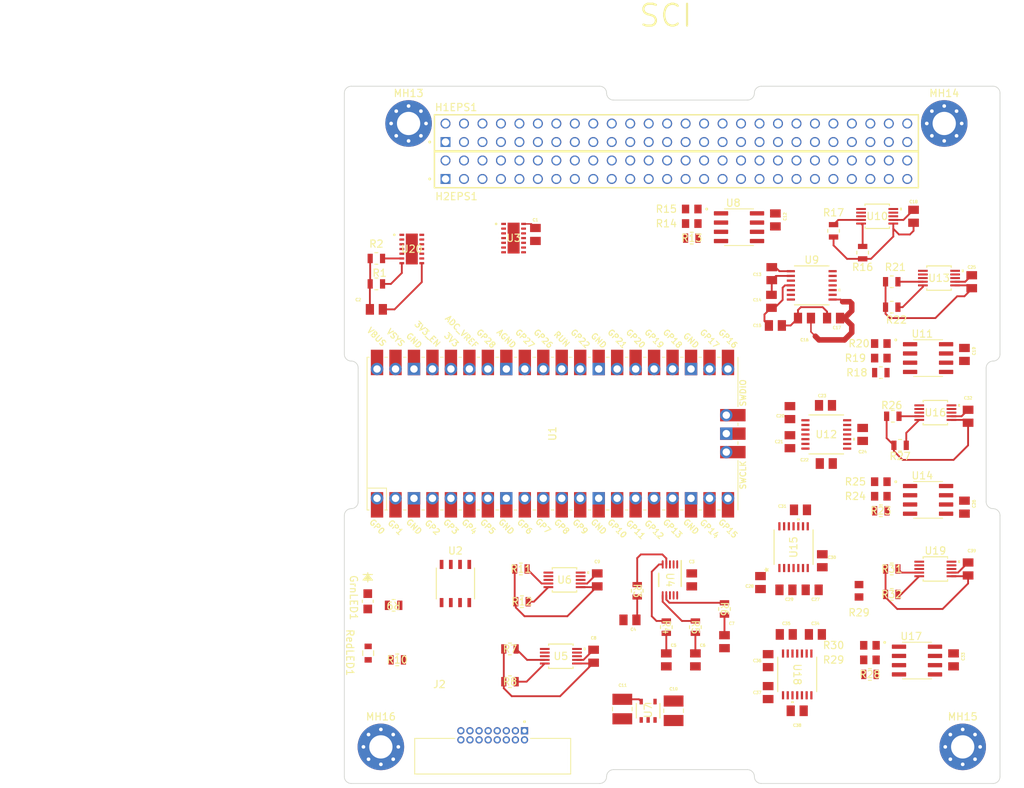
<source format=kicad_pcb>
(kicad_pcb (version 20241229) (generator "pcbnew") (generator_version "9.0")
  (title_block (title "HEDGE 2") (date "2025-06-29") (rev "V0.8") (company "University of Virginia") (comment 1 "Department of Mechanical and Aerospace Engineering"))
  (layers (0 "F.Cu" mixed) (4 "In1.Cu" mixed) (6 "In2.Cu" mixed) (2 "B.Cu" mixed) (13 "F.Paste" user) (15 "B.Paste" user) (5 "F.SilkS" user "F.Silkscreen") (7 "B.SilkS" user "B.Silkscreen") (1 "F.Mask" user) (3 "B.Mask" user) (25 "Edge.Cuts" user))
  (net 0 "")
  (net 1 "GND")
  (net 52 "/EPS/PWR_1")
  (net 53 "/EPS/UART_B_TX")
  (net 54 "/EPS/ENA_PWR_3")
  (net 55 "/EPS/UART_B_RX")
  (net 56 "/EPS/UART_F_TX")
  (net 57 "/EPS/UART_D_RX")
  (net 58 "/EPS/UART_C_TX")
  (net 59 "/EPS/UART_A_RX")
  (net 60 "/EPS/UART_A_TX")
  (net 61 "/EPS/ENA_PWR_2")
  (net 62 "/EPS/5V_PERM")
  (net 63 "/EPS/CAN_A_H")
  (net 64 "/EPS/CAN_A_L")
  (net 65 "/EPS/UART_E_RX")
  (net 66 "/EPS/UART_E_TX")
  (net 67 "/EPS/CAN_B_H")
  (net 68 "/EPS/PWR_3")
  (net 69 "/EPS/ENA_PWR_4")
  (net 70 "/EPS/UART_F_RX")
  (net 71 "/EPS/CAN_B_L")
  (net 72 "/EPS/PWR_4")
  (net 73 "/EPS/UART_C_RX")
  (net 74 "/EPS/PWR_2")
  (net 75 "/EPS/ENA_PWR_1")
  (net 76 "/EPS/UART_D_TX")
  (net 77 "/EPS/DS_B")
  (net 78 "/EPS/CHARGE")
  (net 79 "/EPS/PWR_5")
  (net 80 "/EPS/PWR_7")
  (net 81 "/EPS/PWR_8")
  (net 82 "/EPS/ENA_PWR_5")
  (net 83 "/EPS/BATT")
  (net 84 "/EPS/RBF_C")
  (net 85 "/EPS/ENA_PWR_7")
  (net 86 "/EPS/RBF_B")
  (net 87 "/EPS/ENA_PWR_6")
  (net 88 "/EPS/DS_C")
  (net 89 "/EPS/DS_A")
  (net 90 "/EPS/PWR_6")
  (net 91 "/EPS/RBF_A")
  (net 92 "/EPS/ENA_PWR_8")
  (net 93 "3V3 EN")
  (net 94 "+5V")
  (net 95 "+3V3")
  (net 96 "RX_8")
  (net 97 "SCK_2")
  (net 98 "~CS_GPI12")
  (net 99 "DRDY_MISO20")
  (net 100 "DRDY_MISO16")
  (net 101 "GPIO_6")
  (net 102 "CSn_1")
  (net 103 "SCK_22")
  (net 104 "~CS_GPI15")
  (net 105 "GP21")
  (net 106 "GP11")
  (net 108 "~CS_GPI13")
  (net 109 "MOSI_3")
  (net 110 "GPIO_5")
  (net 111 "DIN_MOSI19")
  (net 112 "TX_7")
  (net 113 "GP10")
  (net 114 "~CS_GPI14")
  (net 115 "~CS_GPI17")
  (net 116 "gpio_int_4")
  (net 117 "SCLK_18")
  (net 118 "OBC(B)")
  (net 119 "OBC(A)")
  (net 120 "VBUS")
  (net 121 "SDA_22")
  (net 122 "SCL_21")
  (net 123 "pwr_sply")
  (net 124 "~CS_GP15")
  (net 125 "M_DRDY")
  (net 126 "SDO_MISO20")
  (net 127 "FAULT_GP12")
  (net 128 "SDI_MOSI11")
  (net 129 "~CS_GP10")
  (net 130 "SCL_1")
  (net 131 "SDA_0")
  (net 132 "~CS_GP13")
  (net 133 "xtra_int")
  (net 134 "OBC_clock")
  (net 135 "MISO_0")
  (net 136 "~CS_GP14")
  (net 137 "Net-(U4-VDD)")
  (net 138 "Net-(U5-GND)")
  (net 139 "Net-(U7-C1+)")
  (net 140 "Net-(U7-C1-)")
  (net 141 "Net-(U20-TXD)")
  (net 143 "Net-(U20-RXD)")
  (net 164 "Net-(U4-AIN3)")
  (net 165 "Net-(U4-AIN2)")
  (net 166 "Net-(U4-AIN0)")
  (net 167 "Net-(U4-AIN1)")
  (net 168 "Net-(U20-CANH)")
  (net 169 "Net-(U20-CANL)")
  (net 170 "Net-(GrnLED1-Pad2)")
  (net 171 "GP25")
  (net 172 "GP9")
  (net 173 "Net-(R10-Pad2)")
  (net 174 "Net-(C2-Pad1)")
  (net 176 "Net-(U5-VS)")
  (net 177 "Net-(U6-GND)")
  (net 178 "Net-(U6-VS)")
  (net 179 "Net-(U10-VS)")
  (net 180 "Net-(U10-GND)")
  (net 181 "Net-(U13-GND)")
  (net 182 "Net-(U13-VS)")
  (net 183 "Net-(U16-GND)")
  (net 184 "Net-(U16-VS)")
  (net 185 "Net-(U19-GND)")
  (net 186 "Net-(U19-VS)")
  (net 187 "Net-(U9-BIAS)")
  (net 188 "Net-(U9-T+)")
  (net 189 "Net-(U12-BIAS)")
  (net 190 "Net-(U12-T+)")
  (net 191 "Net-(U15-BIAS)")
  (net 192 "Net-(U15-T+)")
  (net 193 "Net-(U18-BIAS)")
  (net 194 "Net-(U18-T+)")
  (net 195 "alert")
  (net 196 "Net-(U7-OUT)")
  (footprint "1kOhm - CRCW08052K10FKEA:1kOhm - RC0805N_VIS" (layer "F.Cu") (at 224.5 97.5)
    (property "Reference" "R15")
    (property "Value" "1k")
  )
  (footprint "MAX6634MSA:MAX6634MSA - SOIC127P600X175-8N" (layer "F.Cu") (at 255.475 159.595)
    (property "Reference" "U17")
    (property "Value" "MAX6634MSA_T")
  )
  (footprint "150ohm-:150ohm-STA_RMCF0805_STP-L" (layer "F.Cu") (at 184 159.5)
    (property "Reference" "R10")
    (property "Value" "150")
  )
  (footprint "G125-MH11605M3P:G125-MH11605M3P - HARWIN_G125-MH11605M3P" (layer "F.Cu") (at 197.125 172.75)
    (property "Reference" "J2")
    (property "Value" "G125-MH11605M3P")
  )
  (footprint "0.1uFCap:0.1uF - CAPC2012X145N" (layer "F.Cu") (at 229 157 90)
    (property "Reference" "C7")
    (property "Value" "0.1uF")
  )
  (footprint "MAXMUD+:MAX-MUD+21-0066J_14_MXM-L" (layer "F.Cu") (at 243 128.5)
    (property "Reference" "U12")
    (property "Value" "MAX31856MUD+T")
  )
  (footprint "0.1uFCap:0.1uF - CAPC2012X145N" (layer "F.Cu") (at 239.449999 138.8702 180)
    (property "Reference" "C31")
    (property "Value" "0.1uF")
  )
  (footprint "10uFCap:10uF-CAPC3225X270N" (layer "F.Cu") (at 214.950001 166.26365 -90)
    (property "Reference" "C11")
    (property "Value" "10uF")
  )
  (footprint "10K OHM:10K-STA_RMCF0805_STP-L" (layer "F.Cu") (at 250.5 120)
    (property "Reference" "R18")
    (property "Value" "10k")
  )
  (footprint "1kOhm - CRCW08052K10FKEA:1kOhm - RC0805N_VIS" (layer "F.Cu") (at 224.5 99.5)
    (property "Reference" "R14")
    (property "Value" "1k")
  )
  (footprint "MountingHole:MountingHole_3.2mm_M3_Pad_Via" (layer "F.Cu") (at 185.558501 85.737301)
    (property "Reference" "MH13")
    (property "Value" "MountingHole_Pad" (hide yes))
  )
  (footprint "MAX6634MSA:MAX6634MSA - SOIC127P600X175-8N" (layer "F.Cu") (at 257 137.5)
    (property "Reference" "U14")
    (property "Value" "MAX6634MSA_T")
  )
  (footprint "ESQ-126-39-G-D:SAMTEC_ESQ-126-39-G-D" (layer "F.Cu") (at 190.638501 93.357301)
    (property "Reference" "H2EPS1")
    (property "Value" "Conn_02x26_Odd_Even")
  )
  (footprint "0.1uFCap:0.1uF - CAPC2012X145N" (layer "F.Cu") (at 262 138.5 -90)
    (property "Reference" "C26")
    (property "Value" "0.1uF")
  )
  (footprint "0.1uFCap:0.1uF - CAPC2012X145N" (layer "F.Cu") (at 211 159 -90)
    (property "Reference" "C8")
    (property "Value" "0.1uF")
  )
  (footprint "1kOhm - CRCW08052K10FKEA:1kOhm - RC0805N_VIS" (layer "F.Cu") (at 249 159.5)
    (property "Reference" "R29")
    (property "Value" "1k")
  )
  (footprint "SN65L-RS485:SN65L-RS485-D8-L" (layer "F.Cu") (at 192 149 90)
    (property "Reference" "U2")
    (property "Value" "SN65LBC176QDRQ1")
  )
  (footprint "10K OHM:10K-STA_RMCF0805_STP-L" (layer "F.Cu") (at 250.5 139)
    (property "Reference" "R23")
    (property "Value" "10k")
  )
  (footprint "0.1uFCap:0.1uF - CAPC2012X145N" (layer "F.Cu") (at 236 99 -90)
    (property "Reference" "C12")
    (property "Value" "0.1uF")
  )
  (footprint "0.1uFCap:0.1uF - CAPC2012X145N" (layer "F.Cu") (at 235.46 110.195 -90)
    (property "Reference" "C14")
    (property "Value" "0.1uF")
  )
  (footprint "10K OHM:10K-STA_RMCF0805_STP-L" (layer "F.Cu") (at 199.5 162.5)
    (property "Reference" "R8")
    (property "Value" "10k")
  )
  (footprint "150ohm-:150ohm-STA_RMCF0805_STP-L" (layer "F.Cu") (at 183.5 152 180)
    (property "Reference" "R9")
    (property "Value" "150")
  )
  (footprint "MAXEUK+T:MAXEUK-21-0057F_MXM-L" (layer "F.Cu") (at 218.5 166.5 90)
    (property "Reference" "U7")
    (property "Value" "MAX1682EUK+T")
  )
  (footprint "4kOhm-:4kOhm-STA_RMCF0805_STP-L" (layer "F.Cu") (at 221 155 -90)
    (property "Reference" "R4")
    (property "Value" "4k")
  )
  (footprint "0.1uFCap:0.1uF - CAPC2012X145N" (layer "F.Cu") (at 238 125.5 90)
    (property "Reference" "C20")
    (property "Value" "0.1uF")
  )
  (footprint "MountingHole:MountingHole_3.2mm_M3_Pad_Via" (layer "F.Cu") (at 259.218501 85.737301)
    (property "Reference" "MH14")
    (property "Value" "MountingHole_Pad" (hide yes))
  )
  (footprint "MAX6634MSA:MAX6634MSA - SOIC127P600X175-8N" (layer "F.Cu") (at 231 100)
    (property "Reference" "U8")
    (property "Value" "MAX6634MSA_T")
  )
  (footprint "ESQ-126-39-G-D:SAMTEC_ESQ-126-39-G-D" (layer "F.Cu") (at 190.638501 88.277301)
    (property "Reference" "H1EPS1")
    (property "Value" "Conn_02x26_Odd_Even")
  )
  (footprint "MountingHole:MountingHole_3.2mm_M3_Pad_Via" (layer "F.Cu") (at 181.748501 171.467301)
    (property "Reference" "MH16")
    (property "Value" "MountingHole_Pad" (hide yes))
  )
  (footprint "1kOhm - CRCW08052K10FKEA:1kOhm - RC0805N_VIS" (layer "F.Cu") (at 250.5 116)
    (property "Reference" "R20")
    (property "Value" "1k")
  )
  (footprint "0.1uFCap:0.1uF - CAPC2012X145N" (layer "F.Cu") (at 242.891 124.5)
    (property "Reference" "C23")
    (property "Value" "0.1uF")
  )
  (footprint "0.1uFCap:0.1uF - CAPC2012X145N" (layer "F.Cu") (at 262.5 147 -90)
    (property "Reference" "C39")
    (property "Value" "100nF")
  )
  (footprint "IAN238:INA238A_TEX" (layer "F.Cu") (at 258.5 107)
    (property "Reference" "U13")
    (property "Value" "INA238AQDGSRQ1")
  )
  (footprint "0.1uFCap:0.1uF - CAPC2012X145N" (layer "F.Cu") (at 237.5 156 180)
    (property "Reference" "C35")
    (property "Value" "0.1uF")
  )
  (footprint "0.1uFCap:0.1uF - CAPC2012X145N" (layer "F.Cu") (at 224.5 148.5 -90)
    (property "Reference" "C3")
    (property "Value" "0.1uF")
  )
  (footprint "0.1uFCap:0.1uF - CAPC2012X145N" (layer "F.Cu") (at 203 101 -90)
    (property "Reference" "C1")
    (property "Value" "0.1uF")
  )
  (footprint "0.1uFCap:0.1uF - CAPC2012X145N" (layer "F.Cu") (at 235.5 106.391 90)
    (property "Reference" "C13")
    (property "Value" "0.1uF")
  )
  (footprint "MountingHole:MountingHole_3.2mm_M3_Pad_Via" (layer "F.Cu") (at 261.758501 171.467301)
    (property "Reference" "MH15")
    (property "Value" "MountingHole_Pad" (hide yes))
  )
  (footprint "0.1uFCap:0.1uF - CAPC2012X145N" (layer "F.Cu") (at 216 154 180)
    (property "Reference" "C4")
    (property "Value" "0.1uF")
  )
  (footprint "10K OHM:10K-STA_RMCF0805_STP-L" (layer "F.Cu") (at 252 150.5)
    (property "Reference" "R32")
    (property "Value" "10k")
  )
  (footprint "0.1uFCap:0.1uF - CAPC2012X145N" (layer "F.Cu") (at 248 128.5 90)
    (property "Reference" "C24")
    (property "Value" "0.1uF")
  )
  (footprint "0.1uFCap:0.1uF - CAPC2012X145N" (layer "F.Cu") (at 235 164 -90)
    (property "Reference" "C37")
    (property "Value" "0.1uF")
  )
  (footprint "0.1uFCap:0.1uF - CAPC2012X145N" (layer "F.Cu") (at 243 132.5)
    (property "Reference" "C22")
    (property "Value" "0.1uF")
  )
  (footprint "0.1uFCap:0.1uF - CAPC2012X145N" (layer "F.Cu") (at 211.5 148.5 -90)
    (property "Reference" "C9")
    (property "Value" "0.1uF")
  )
  (footprint "0.1uFCap:0.1uF - CAPC2012X145N" (layer "F.Cu") (at 233.949999 148.8702 -90)
    (property "Reference" "C28")
    (property "Value" "0.1uF")
  )
  (footprint "IAN238:INA238A_TEX" (layer "F.Cu") (at 207 148.5)
    (property "Reference" "U6")
    (property "Value" "INA238AQDGSRQ1")
  )
  (footprint "MAXMUD+:MAX-MUD+21-0066J_14_MXM-L" (layer "F.Cu") (at 241 108)
    (property "Reference" "U9")
    (property "Value" "MAX31856MUD+T")
  )
  (footprint "MAX6634MSA:MAX6634MSA - SOIC127P600X175-8N" (layer "F.Cu") (at 257 118)
    (property "Reference" "U11")
    (property "Value" "MAX6634MSA_T")
  )
  (footprint "0.1uFCap:0.1uF - CAPC2012X145N" (layer "F.Cu") (at 241.5 156)
    (property "Reference" "C34")
    (property "Value" "0.1uF")
  )
  (footprint "10K OHM:10K-STA_RMCF0805_STP-L" (layer "F.Cu") (at 201.1491 151.5)
    (property "Reference" "R12")
    (property "Value" "10k")
  )
  (footprint "RedLED - LED_LTST-C171_LTO:RedLED - LED_LTST-C171_LTO" (layer "F.Cu") (at 180 158.5729 -90)
    (property "Reference" "RedLED1")
    (property "Value" "LTST-C171KRKT")
  )
  (footprint "0.1uFCap:0.1uF - CAPC2012X145N" (layer "F.Cu") (at 225 159.5 -90)
    (property "Reference" "C6")
    (property "Value" "0.1uF")
  )
  (footprint "CAN_Controller_:CAN_Controller_VDFN14_JHA_MCH-L" (layer "F.Cu") (at 200 101.5)
    (property "Reference" "U3")
    (property "Value" "MCP2517FD-H/JHA")
  )
  (footprint "10K OHM:10K-STA_RMCF0805_STP-L" (layer "F.Cu") (at 199.5 158)
    (property "Reference" "R7")
    (property "Value" "10k")
  )
  (footprint "0.1uFCap:0.1uF - CAPC2012X145N" (layer "F.Cu") (at 244 112.5 180)
    (property "Reference" "C17")
    (property "Value" "0.1uF")
  )
  (footprint "10K OHM:10K-STA_RMCF0805_STP-L" (layer "F.Cu") (at 249 161.5)
    (property "Reference" "R28")
    (property "Value" "10k")
  )
  (footprint "60ohm - RMCF0805FT60R4:60ohm - STA_RMCF0805_STP-L" (layer "F.Cu") (at 181.1284 104.3)
    (property "Reference" "R2")
    (property "Value" "60")
  )
  (footprint "IAN238:INA238A_TEX" (layer "F.Cu") (at 258 147)
    (property "Reference" "U19")
    (property "Value" "INA238AQDGSRQ1")
  )
  (footprint "0.1uFCap:0.1uF - CAPC2012X145N" (layer "F.Cu") (at 221 159.5 -90)
    (property "Reference" "C5")
    (property "Value" "0.1uF")
  )
  (footprint "10uFCap:10uF-CAPC3225X270N" (layer "F.Cu") (at 222 166.5 90)
    (property "Reference" "C10")
    (property "Value" "10uF")
  )
  (footprint "10K OHM:10K-STA_RMCF0805_STP-L" (layer "F.Cu") (at 253.1491 130)
    (property "Reference" "R27")
    (property "Value" "10k")
  )
  (footprint "0.1uFCap:0.1uF - CAPC2012X145N" (layer "F.Cu") (at 181.1284 111.3)
    (property "Reference" "C2")
    (property "Value" "0.1uF")
  )
  (footprint "CAN_DRIVER:CAN-Driver_VDFN14_JHA_MCH-L" (layer "F.Cu") (at 186 103)
    (property "Reference" "U20")
    (property "Value" "TCAN1057AEVDRQ1-CAN_Driver")
  )
  (footprint "4kOhm-:4kOhm-STA_RMCF0805_STP-L" (layer "F.Cu") (at 229 152.5 -90)
    (property "Reference" "R6")
    (property "Value" "4k")
  )
  (footprint "4kOhm-:4kOhm-STA_RMCF0805_STP-L" (layer "F.Cu") (at 225 155 -90)
    (property "Reference" "R5")
    (property "Value" "4k")
  )
  (footprint "0.1uFCap:0.1uF - CAPC2012X145N" (layer "F.Cu") (at 262 117.5 -90)
    (property "Reference" "C19")
    (property "Value" "0.1uF")
  )
  (footprint "PICO-:PICO-RPi_Pico_SMD_TH" (layer "F.Cu") (at 205.35 128.39 90)
    (property "Reference" "U1")
    (property "Value" "MC68332")
  )
  (footprint "0.1uFCap:0.1uF - CAPC2012X145N" (layer "F.Cu") (at 240 112.5 180)
    (property "Reference" "C16")
    (property "Value" "0.1uF")
  )
  (footprint "0.1uFCap:0.1uF - CAPC2012X145N" (layer "F.Cu") (at 260.5 159.5 -90)
    (property "Reference" "C33")
    (property "Value" "0.1uF")
  )
  (footprint "10K OHM:10K-STA_RMCF0805_STP-L" (layer "F.Cu") (at 252 107.5)
    (property "Reference" "R21")
    (property "Value" "10k")
  )
  (footprint "60ohm - RMCF0805FT60R4:60ohm - STA_RMCF0805_STP-L" (layer "F.Cu") (at 181.1284 107.8 180)
    (property "Reference" "R1")
    (property "Value" "60")
  )
  (footprint "0.1uFCap:0.1uF - CAPC2012X145N" (layer "F.Cu") (at 238 129.5 -90)
    (property "Reference" "C21")
    (property "Value" "0.1uF")
  )
  (footprint "10K OHM:10K-STA_RMCF0805_STP-L" (layer "F.Cu") (at 248 103.5 90)
    (property "Reference" "R16")
    (property "Value" "10k")
  )
  (footprint "10K OHM:10K-STA_RMCF0805_STP-L" (layer "F.Cu") (at 252 147)
    (property "Reference" "R31")
    (property "Value" "10k")
  )
  (footprint "1kOhm - CRCW08052K10FKEA:1kOhm - RC0805N_VIS" (layer "F.Cu") (at 249 157.5)
    (property "Reference" "R30")
    (property "Value" "1k")
  )
  (footprint "4kOhm-:4kOhm-STA_RMCF0805_STP-L" (layer "F.Cu") (at 217 150 -90)
    (property "Reference" "R3")
    (property "Value" "4k")
  )
  (footprint "IAN238:INA238A_TEX" (layer "F.Cu") (at 206.5 159)
    (property "Reference" "U5")
    (property "Value" "INA238AQDGSRQ1")
  )
  (footprint "0.1uFCap:0.1uF - CAPC2012X145N" (layer "F.Cu") (at 242.449999 145.8702 -90)
    (property "Reference" "C30")
    (property "Value" "0.1uF")
  )
  (footprint "0.1uFCap:0.1uF - CAPC2012X145N" (layer "F.Cu") (at 262.5 126 -90)
    (property "Reference" "C32")
    (property "Value" "100nF")
  )
  (footprint "0.1uFCap:0.1uF - CAPC2012X145N" (layer "F.Cu") (at 255 98.5 -90)
    (property "Reference" "C18")
    (property "Value" "100nF")
  )
  (footprint "0.1uFCap:0.1uF - CAPC2012X145N" (layer "F.Cu") (at 239 166.5)
    (property "Reference" "C38")
    (property "Value" "0.1uF")
  )
  (footprint "GrnLED - LTST-C170GKT:GrnLED - LED_LTST-C170GKT_LTO" (layer "F.Cu") (at 179.9459 151.4459 -90)
    (property "Reference" "GrnLED1")
    (property "Value" "LTST-C170GKT")
  )
  (footprint "0.1uFCap:0.1uF - CAPC2012X145N" (layer "F.Cu") (at 241.058999 149.8702 180)
    (property "Reference" "C27")
    (property "Value" "0.1uF")
  )
  (footprint "1kOhm - CRCW08052K10FKEA:1kOhm - RC0805N_VIS" (layer "F.Cu") (at 250.5 135)
    (property "Reference" "R25")
    (property "Value" "1k")
  )
  (footprint "IAN238:INA238A_TEX" (layer "F.Cu") (at 250 98.5)
    (property "Reference" "U10")
    (property "Value" "INA238AQDGSRQ1")
  )
  (footprint "IAN238:INA238A_TEX" (layer "F.Cu") (at 258 125.5)
    (property "Reference" "U16")
    (property "Value" "INA238AQDGSRQ1")
  )
  (footprint "1kOhm - CRCW08052K10FKEA:1kOhm - RC0805N_VIS" (layer "F.Cu") (at 250.5 118)
    (property "Reference" "R19")
    (property "Value" "1k")
  )
  (footprint "0.1uFCap:0.1uF - CAPC2012X145N" (layer "F.Cu") (at 237.449999 149.8702 180)
    (property "Reference" "C29")
    (property "Value" "0.1uF")
  )
  (footprint "MAXMUD+:MAX-MUD+21-0066J_14_MXM-L" (layer "F.Cu") (at 238.5 144 90)
    (property "Reference" "U15")
    (property "Value" "MAX31856MUD+T")
  )
  (footprint "10K OHM:10K-STA_RMCF0805_STP-L" (layer "F.Cu") (at 201 147)
    (property "Reference" "R11")
    (property "Value" "10k")
  )
  (footprint "0.1uFCap:0.1uF - CAPC2012X145N" (layer "F.Cu") (at 235 159.609 -90)
    (property "Reference" "C36")
    (property "Value" "0.1uF")
  )
  (footprint "0.1uFCap:0.1uF - CAPC2012X145N" (layer "F.Cu") (at 236 113.516)
    (property "Reference" "C15")
    (property "Value" "0.1uF")
  )
  (footprint "10K OHM:10K-STA_RMCF0805_STP-L" (layer "F.Cu") (at 252 111)
    (property "Reference" "R22")
    (property "Value" "10k")
  )
  (footprint "10K OHM:10K-STA_RMCF0805_STP-L" (layer "F.Cu") (at 244 100.5 -90)
    (property "Reference" "R17")
    (property "Value" "10k")
  )
  (footprint "MAXMUD+:MAX-MUD+21-0066J_14_MXM-L" (layer "F.Cu") (at 239 161.5 -90)
    (property "Reference" "U18")
    (property "Value" "MAX31856MUD+T")
  )
  (footprint "ADS118:ADS118-DGS0010A_L" (layer "F.Cu") (at 221.5 148.5 -90)
    (property "Reference" "U4")
    (property "Value" "ADS1118QDGSRQ1")
  )
  (footprint "1kOhm - CRCW08052K10FKEA:1kOhm - RC0805N_VIS" (layer "F.Cu") (at 250.5 137)
    (property "Reference" "R24")
    (property "Value" "1k")
  )
  (footprint "0.1uFCap:0.1uF - CAPC2012X145N" (layer "F.Cu") (at 263 107.5 -90)
    (property "Reference" "C25")
    (property "Value" "100nF")
  )
  (footprint "10K OHM:10K-STA_RMCF0805_STP-L" (layer "F.Cu") (at 252.1491 126)
    (property "Reference" "R26")
    (property "Value" "10k")
  )
  (footprint "10K OHM:10K-STA_RMCF0805_STP-L" (layer "F.Cu") (at 224.5 101.5)
    (property "Reference" "R13")
    (property "Value" "10k")
  )
  (footprint "1kOhm - CRCW08052K10FKEA:1kOhm - RC0805N_VIS" (layer "F.Cu") (at 247.5 150 90)
    (property "Reference" "R29")
    (property "Value" "1k")
  )
  (gr_arc (start 211.8365 80.615) (mid 212.51002 80.89398) (end 212.789 81.5675) (stroke (width 0.1)) (layer "Edge.Cuts"))
  (gr_arc (start 178.626 137.7523) (mid 178.34702 138.42582) (end 177.6735 138.7048) (stroke (width 0.1)) (layer "Edge.Cuts"))
  (gr_arc (start 177.6735 176.5) (mid 176.999982 176.221019) (end 176.721 175.5475) (stroke (width 0.1)) (layer "Edge.Cuts"))
  (gr_arc (start 176.721 81.5675) (mid 176.999981 80.893981) (end 177.6735 80.615) (stroke (width 0.1)) (layer "Edge.Cuts"))
  (gr_arc (start 266.891 175.5475) (mid 266.61202 176.22102) (end 265.9385 176.5) (stroke (width 0.1)) (layer "Edge.Cuts"))
  (gr_line (start 234.0615 176.5) (end 265.9385 176.5) (stroke (width 0.1)) (layer "Edge.Cuts"))
  (gr_line (start 176.721 139.6573) (end 176.721 175.5475) (stroke (width 0.1)) (layer "Edge.Cuts"))
  (gr_line (start 177.6735 176.5) (end 211.8365 176.5) (stroke (width 0.1)) (layer "Edge.Cuts"))
  (gr_line (start 177.6735 80.615) (end 211.8365 80.615) (stroke (width 0.1)) (layer "Edge.Cuts"))
  (gr_arc (start 265.9385 138.7048) (mid 266.61202 138.98378) (end 266.891 139.6573) (stroke (width 0.1)) (layer "Edge.Cuts"))
  (gr_arc (start 212.789 175.5475) (mid 213.067981 174.873981) (end 213.7415 174.595) (stroke (width 0.1)) (layer "Edge.Cuts"))
  (gr_arc (start 234.0615 176.5) (mid 233.387982 176.221019) (end 233.109 175.5475) (stroke (width 0.1)) (layer "Edge.Cuts"))
  (gr_line (start 234.0615 80.615) (end 265.9385 80.615) (stroke (width 0.1)) (layer "Edge.Cuts"))
  (gr_arc (start 233.109 81.5675) (mid 232.83002 82.24102) (end 232.1565 82.52) (stroke (width 0.1)) (layer "Edge.Cuts"))
  (gr_line (start 178.626 119.3627) (end 178.626 137.7523) (stroke (width 0.1)) (layer "Edge.Cuts"))
  (gr_arc (start 176.721 139.6573) (mid 176.999981 138.983781) (end 177.6735 138.7048) (stroke (width 0.1)) (layer "Edge.Cuts"))
  (gr_arc (start 265.9385 80.615) (mid 266.61202 80.89398) (end 266.891 81.5675) (stroke (width 0.1)) (layer "Edge.Cuts"))
  (gr_arc (start 265.9385 138.7048) (mid 265.264982 138.425819) (end 264.986 137.7523) (stroke (width 0.1)) (layer "Edge.Cuts"))
  (gr_arc (start 232.1565 174.595) (mid 232.83002 174.87398) (end 233.109 175.5475) (stroke (width 0.1)) (layer "Edge.Cuts"))
  (gr_arc (start 213.7415 82.52) (mid 213.067982 82.241019) (end 212.789 81.5675) (stroke (width 0.1)) (layer "Edge.Cuts"))
  (gr_arc (start 212.789 175.5475) (mid 212.51002 176.22102) (end 211.8365 176.5) (stroke (width 0.1)) (layer "Edge.Cuts"))
  (gr_arc (start 233.109 81.5675) (mid 233.387981 80.893981) (end 234.0615 80.615) (stroke (width 0.1)) (layer "Edge.Cuts"))
  (gr_line (start 266.891 139.6573) (end 266.891 175.5475) (stroke (width 0.1)) (layer "Edge.Cuts"))
  (gr_line (start 266.891 81.5675) (end 266.891 117.4577) (stroke (width 0.1)) (layer "Edge.Cuts"))
  (gr_arc (start 266.891 117.4577) (mid 266.61202 118.13122) (end 265.9385 118.4102) (stroke (width 0.1)) (layer "Edge.Cuts"))
  (gr_line (start 176.721 81.5675) (end 176.721 117.4577) (stroke (width 0.1)) (layer "Edge.Cuts"))
  (gr_arc (start 177.6735 118.4102) (mid 178.34702 118.68918) (end 178.626 119.3627) (stroke (width 0.1)) (layer "Edge.Cuts"))
  (gr_line (start 264.986 119.3627) (end 264.986 137.7523) (stroke (width 0.1)) (layer "Edge.Cuts"))
  (gr_arc (start 177.6735 118.4102) (mid 176.999982 118.131219) (end 176.721 117.4577) (stroke (width 0.1)) (layer "Edge.Cuts"))
  (gr_arc (start 264.986 119.3627) (mid 265.264981 118.689181) (end 265.9385 118.4102) (stroke (width 0.1)) (layer "Edge.Cuts"))
  (gr_line (start 213.7415 174.595) (end 232.1565 174.595) (stroke (width 0.1)) (layer "Edge.Cuts"))
  (gr_line (start 213.7415 82.52) (end 232.1565 82.52) (stroke (width 0.1)) (layer "Edge.Cuts"))
  (gr_text "SCI" (at 217.084572 72.657301 0) (layer "F.SilkS") (effects (font (size 3 3) (thickness 0.3) (bold yes)) (justify left bottom)))
  (segment (start 243.109 112.5) (end 243.109 111.609) (width 0.254) (layer "F.Cu") (net 1))
  (segment (start 236.891 113.516) (end 238.093 113.516) (width 0.254) (layer "F.Cu") (net 1))
  (segment (start 239.5 111) (end 242.5 111) (width 0.254) (layer "F.Cu") (net 1))
  (segment (start 236.549999 106.049999) (end 238.1298 106.049999) (width 0.254) (layer "F.Cu") (net 1))
  (segment (start 235.5 105.5) (end 236 105.5) (width 0.254) (layer "F.Cu") (net 1))
  (segment (start 243.109 111.609) (end 242.5 111) (width 0.254) (layer "F.Cu") (net 1))
  (segment (start 238.093 113.516) (end 239.109 112.5) (width 0.254) (layer "F.Cu") (net 1))
  (segment (start 183.6284 111.3) (end 187.3716 107.5568) (width 0.254) (layer "F.Cu") (net 1))
  (segment (start 236 105.5) (end 236.549999 106.049999) (width 0.254) (layer "F.Cu") (net 1))
  (segment (start 239.109 111.391) (end 239.5 111) (width 0.254) (layer "F.Cu") (net 1))
  (segment (start 182.0194 111.3) (end 183.6284 111.3) (width 0.254) (layer "F.Cu") (net 1))
  (segment (start 239.109 112.5) (end 239.109 111.391) (width 0.254) (layer "F.Cu") (net 1))
  (segment (start 187.3716 107.5568) (end 187.3716 104.950001) (width 0.254) (layer "F.Cu") (net 1))
  (segment (start 202.441001 99.550001) (end 203 100.109) (width 0.2) (layer "F.Cu") (net 93))
  (segment (start 201.3716 99.550001) (end 202.441001 99.550001) (width 0.2) (layer "F.Cu") (net 93))
  (segment (start 246.5 113.5) (end 246.5 114.5) (width 0.762) (layer "F.Cu") (net 95))
  (segment (start 245.5 115.5) (end 242 115.5) (width 0.762) (layer "F.Cu") (net 95))
  (segment (start 244.950001 109.950001) (end 245.25 110.25) (width 0.254) (layer "F.Cu") (net 95))
  (segment (start 245.5 112.5) (end 246.5 113.5) (width 0.762) (layer "F.Cu") (net 95))
  (segment (start 246.5 114.5) (end 245.5 115.5) (width 0.762) (layer "F.Cu") (net 95))
  (segment (start 246.5 111.5) (end 246.5 110.5) (width 0.762) (layer "F.Cu") (net 95))
  (segment (start 245 112.609) (end 244.891 112.5) (width 0.2) (layer "F.Cu") (net 95))
  (segment (start 243.8702 109.950001) (end 244.950001 109.950001) (width 0.254) (layer "F.Cu") (net 95))
  (segment (start 245.5 112.5) (end 246.5 111.5) (width 0.762) (layer "F.Cu") (net 95))
  (segment (start 240.891 112.5) (end 241 112.609) (width 0.2) (layer "F.Cu") (net 95))
  (segment (start 240.891 112.5) (end 240.891 114.391) (width 0.2) (layer "F.Cu") (net 95))
  (segment (start 242 115.5) (end 241.5 115) (width 0.762) (layer "F.Cu") (net 95))
  (segment (start 246.5 110.5) (end 246.25 110.25) (width 0.762) (layer "F.Cu") (net 95))
  (segment (start 240.891 114.391) (end 242 115.5) (width 0.2) (layer "F.Cu") (net 95))
  (segment (start 246.25 110.25) (end 245.25 110.25) (width 0.762) (layer "F.Cu") (net 95))
  (segment (start 244.891 112.5) (end 245.5 112.5) (width 0.762) (layer "F.Cu") (net 95))
  (segment (start 244.648974 99.000126) (end 244 99.6491) (width 0.254) (layer "F.Cu") (net 121))
  (segment (start 256.283724 107.5) (end 256.28385 107.500126) (width 0.254) (layer "F.Cu") (net 121))
  (segment (start 252.8509 147) (end 253.351026 147.500126) (width 0.254) (layer "F.Cu") (net 121))
  (segment (start 247.78385 99.000126) (end 244.648974 99.000126) (width 0.254) (layer "F.Cu") (net 121))
  (segment (start 253.351026 147.500126) (end 255.78385 147.500126) (width 0.254) (layer "F.Cu") (net 121))
  (segment (start 252.8509 107.5) (end 256.283724 107.5) (width 0.254) (layer "F.Cu") (net 121))
  (segment (start 255.783724 126) (end 255.78385 126.000126) (width 0.254) (layer "F.Cu") (net 121))
  (segment (start 253 126) (end 255.783724 126) (width 0.254) (layer "F.Cu") (net 121))
  (segment (start 252.8509 111) (end 253.5 111) (width 0.254) (layer "F.Cu") (net 122))
  (segment (start 256.28385 108.21615) (end 256.28385 108.000252) (width 0.254) (layer "F.Cu") (net 122))
  (segment (start 248 102.6491) (end 248 99.716402) (width 0.254) (layer "F.Cu") (net 122))
  (segment (start 254 130) (end 254 128.284102) (width 0.254) (layer "F.Cu") (net 122))
  (segment (start 253.284102 150.5) (end 255.78385 148.000252) (width 0.254) (layer "F.Cu") (net 122))
  (segment (start 253.5 111) (end 256.28385 108.21615) (width 0.254) (layer "F.Cu") (net 122))
  (segment (start 248 99.716402) (end 247.78385 99.500252) (width 0.254) (layer "F.Cu") (net 122))
  (segment (start 254 128.284102) (end 255.78385 126.500252) (width 0.254) (layer "F.Cu") (net 122))
  (segment (start 252.8509 150.5) (end 253.284102 150.5) (width 0.254) (layer "F.Cu") (net 122))
  (segment (start 202 151.5) (end 202.784102 151.5) (width 0.254) (layer "F.Cu") (net 130))
  (segment (start 201.784102 162.5) (end 204.28385 160.000252) (width 0.254) (layer "F.Cu") (net 130))
  (segment (start 200.3509 162.5) (end 201.784102 162.5) (width 0.254) (layer "F.Cu") (net 130))
  (segment (start 202.784102 151.5) (end 204.78385 149.500252) (width 0.254) (layer "F.Cu") (net 130))
  (segment (start 201.851026 159.500126) (end 204.28385 159.500126) (width 0.254) (layer "F.Cu") (net 131))
  (segment (start 201.8509 147) (end 203.851026 149.000126) (width 0.254) (layer "F.Cu") (net 131))
  (segment (start 203.851026 149.000126) (end 204.78385 149.000126) (width 0.254) (layer "F.Cu") (net 131))
  (segment (start 200.3509 158) (end 201.851026 159.500126) (width 0.254) (layer "F.Cu") (net 131))
  (segment (start 209.608874 159.500126) (end 208.71615 159.500126) (width 0.254) (layer "F.Cu") (net 138))
  (segment (start 211 158.109) (end 209.608874 159.500126) (width 0.254) (layer "F.Cu") (net 138))
  (segment (start 217.236299 164.92265) (end 217.549999 165.23635) (width 0.254) (layer "F.Cu") (net 139))
  (segment (start 214.950001 164.92265) (end 217.236299 164.92265) (width 0.254) (layer "F.Cu") (net 139))
  (segment (start 229 151.6491) (end 221.433461 151.6491) (width 0.254) (layer "F.Cu") (net 164))
  (segment (start 221.000001 151.21564) (end 221.000001 150.625) (width 0.254) (layer "F.Cu") (net 164))
  (segment (start 221.433461 151.6491) (end 221.000001 151.21564) (width 0.254) (layer "F.Cu") (net 164))
  (segment (start 220.499999 151.499999) (end 223.1491 154.1491) (width 0.254) (layer "F.Cu") (net 165))
  (segment (start 220.499999 150.625) (end 220.499999 151.499999) (width 0.254) (layer "F.Cu") (net 165))
  (segment (start 223.1491 154.1491) (end 225 154.1491) (width 0.254) (layer "F.Cu") (net 165))
  (segment (start 217 149.1491) (end 217 145.5) (width 0.254) (layer "F.Cu") (net 166))
  (segment (start 221.000001 145.546) (end 221.000001 146.375) (width 0.254) (layer "F.Cu") (net 166))
  (segment (start 217.5 145) (end 220.454001 145) (width 0.254) (layer "F.Cu") (net 166))
  (segment (start 217 145.5) (end 217.5 145) (width 0.254) (layer "F.Cu") (net 166))
  (segment (start 220.454001 145) (end 221.000001 145.546) (width 0.254) (layer "F.Cu") (net 166))
  (segment (start 220 146.375) (end 219 147.375) (width 0.254) (layer "F.Cu") (net 167))
  (segment (start 220.499999 145.999999) (end 220.499999 146.375) (width 0.254) (layer "F.Cu") (net 167))
  (segment (start 220.499999 146.375) (end 220 146.375) (width 0.254) (layer "F.Cu") (net 167))
  (segment (start 219 147.375) (end 219 153.5) (width 0.254) (layer "F.Cu") (net 167))
  (segment (start 219 153.5) (end 219.6491 154.1491) (width 0.254) (layer "F.Cu") (net 167))
  (segment (start 219.6491 154.1491) (end 221 154.1491) (width 0.254) (layer "F.Cu") (net 167))
  (segment (start 181.9793 107.8) (end 183.1284 107.8) (width 0.254) (layer "F.Cu") (net 168))
  (segment (start 183.1284 107.8) (end 184.6284 106.3) (width 0.254) (layer "F.Cu") (net 168))
  (segment (start 184.6284 106.3) (end 184.6284 104.949999) (width 0.254) (layer "F.Cu") (net 168))
  (segment (start 181.9793 104.3) (end 184.6284 104.3) (width 0.254) (layer "F.Cu") (net 169))
  (segment (start 180.2775 104.3) (end 180.2775 107.8) (width 0.254) (layer "F.Cu") (net 174))
  (segment (start 180.2374 107.9892) (end 180.2374 111.3) (width 0.254) (layer "F.Cu") (net 174))
  (segment (start 180.2775 107.9491) (end 180.2374 107.9892) (width 0.254) (layer "F.Cu") (net 174))
  (segment (start 180.2775 107.8) (end 180.2775 107.9491) (width 0.254) (layer "F.Cu") (net 174))
  (segment (start 211 159.891) (end 210.890748 160.000252) (width 0.254) (layer "F.Cu") (net 176))
  (segment (start 210.890748 160.000252) (end 208.71615 160.000252) (width 0.254) (layer "F.Cu") (net 176))
  (segment (start 198.6491 162.5) (end 198.6491 163.4017) (width 0.254) (layer "F.Cu") (net 176))
  (segment (start 199.7474 164.5) (end 206.391 164.5) (width 0.254) (layer "F.Cu") (net 176))
  (segment (start 198.6491 163.4017) (end 199.7474 164.5) (width 0.254) (layer "F.Cu") (net 176))
  (segment (start 206.391 164.5) (end 211 159.891) (width 0.254) (layer "F.Cu") (net 176))
  (segment (start 198.6491 158) (end 198.6491 162.5) (width 0.254) (layer "F.Cu") (net 176))
  (segment (start 210.108874 149.000126) (end 211.5 147.609) (width 0.254) (layer "F.Cu") (net 177))
  (segment (start 209.21615 149.000126) (end 210.108874 149.000126) (width 0.254) (layer "F.Cu") (net 177))
  (segment (start 200.1491 147) (end 200.1491 151.3509) (width 0.254) (layer "F.Cu") (net 178))
  (segment (start 200.1491 151.3509) (end 200.2982 151.5) (width 0.254) (layer "F.Cu") (net 178))
  (segment (start 200.2982 152.2982) (end 201.5 153.5) (width 0.254) (layer "F.Cu") (net 178))
  (segment (start 209.21615 149.500252) (end 211.390748 149.500252) (width 0.254) (layer "F.Cu") (net 178))
  (segment (start 207.391 153.5) (end 211.5 149.391) (width 0.254) (layer "F.Cu") (net 178))
  (segment (start 211.390748 149.500252) (end 211.5 149.391) (width 0.254) (layer "F.Cu") (net 178))
  (segment (start 200.2982 151.5) (end 200.2982 152.2982) (width 0.254) (layer "F.Cu") (net 178))
  (segment (start 201.5 153.5) (end 207.391 153.5) (width 0.254) (layer "F.Cu") (net 178))
  (segment (start 245.8509 104.3509) (end 244 102.5) (width 0.254) (layer "F.Cu") (net 179))
  (segment (start 248 104.3509) (end 245.8509 104.3509) (width 0.254) (layer "F.Cu") (net 179))
  (segment (start 254.5 101) (end 253 101) (width 0.254) (layer "F.Cu") (net 179))
  (segment (start 244 102.5) (end 244 101.3509) (width 0.254) (layer "F.Cu") (net 179))
  (segment (start 249.1491 104.3509) (end 252.21615 101.28385) (width 0.254) (layer "F.Cu") (net 179))
  (segment (start 252.21615 100.21615) (end 253 101) (width 0.254) (layer "F.Cu") (net 179))
  (segment (start 255 99.391) (end 255 100.5) (width 0.254) (layer "F.Cu") (net 179))
  (segment (start 255 100.5) (end 254.5 101) (width 0.254) (layer "F.Cu") (net 179))
  (segment (start 248 104.3509) (end 249.1491 104.3509) (width 0.254) (layer "F.Cu") (net 179))
  (segment (start 252.21615 99.500252) (end 252.21615 100.21615) (width 0.254) (layer "F.Cu") (net 179))
  (segment (start 252.21615 101.28385) (end 252.21615 100.21615) (width 0.254) (layer "F.Cu") (net 179))
  (segment (start 253.608874 99.000126) (end 255 97.609) (width 0.254) (layer "F.Cu") (net 180))
  (segment (start 252.21615 99.000126) (end 253.608874 99.000126) (width 0.254) (layer "F.Cu") (net 180))
  (segment (start 262.108874 107.500126) (end 263 106.609) (width 0.254) (layer "F.Cu") (net 181))
  (segment (start 260.71615 107.500126) (end 262.108874 107.500126) (width 0.254) (layer "F.Cu") (net 181))
  (segment (start 262 109.5) (end 261 109.5) (width 0.254) (layer "F.Cu") (net 182))
  (segment (start 262 109.5) (end 263 108.5) (width 0.254) (layer "F.Cu") (net 182))
  (segment (start 251.7474 112.5) (end 258 112.5) (width 0.254) (layer "F.Cu") (net 182))
  (segment (start 260.71615 108.000252) (end 262.609252 108.000252) (width 0.254) (layer "F.Cu") (net 182))
  (segment (start 262.609252 108.000252) (end 263 108.391) (width 0.254) (layer "F.Cu") (net 182))
  (segment (start 251.1491 111.9017) (end 251.7474 112.5) (width 0.254) (layer "F.Cu") (net 182))
  (segment (start 258 112.5) (end 261 109.5) (width 0.254) (layer "F.Cu") (net 182))
  (segment (start 251.1491 111) (end 251.1491 111.9017) (width 0.254) (layer "F.Cu") (net 182))
  (segment (start 251.1491 107.5) (end 251.1491 111) (width 0.254) (layer "F.Cu") (net 182))
  (segment (start 263 108.5) (end 263 108.391) (width 0.254) (layer "F.Cu") (net 182))
  (segment (start 261.608874 126.000126) (end 262.5 125.109) (width 0.254) (layer "F.Cu") (net 183))
  (segment (start 260.21615 126.000126) (end 261.608874 126.000126) (width 0.254) (layer "F.Cu") (net 183))
  (segment (start 260.5 132) (end 262.5 130) (width 0.254) (layer "F.Cu") (net 184))
  (segment (start 252.2982 130.7982) (end 253.5 132) (width 0.254) (layer "F.Cu") (net 184))
  (segment (start 252.2982 130) (end 252.2982 130.7982) (width 0.254) (layer "F.Cu") (net 184))
  (segment (start 251.2982 129) (end 251.2982 126) (width 0.254) (layer "F.Cu") (net 184))
  (segment (start 262.109252 126.500252) (end 262.5 126.891) (width 0.254) (layer "F.Cu") (net 184))
  (segment (start 262.5 130) (end 262.5 126.891) (width 0.254) (layer "F.Cu") (net 184))
  (segment (start 253.5 132) (end 260.5 132) (width 0.254) (layer "F.Cu") (net 184))
  (segment (start 252.2982 130) (end 251.2982 129) (width 0.254) (layer "F.Cu") (net 184))
  (segment (start 260.21615 126.500252) (end 262.109252 126.500252) (width 0.254) (layer "F.Cu") (net 184))
  (segment (start 262.5 146.109) (end 261.108874 147.500126) (width 0.254) (layer "F.Cu") (net 185))
  (segment (start 261.108874 147.500126) (end 260.21615 147.500126) (width 0.254) (layer "F.Cu") (net 185))
  (segment (start 262.390748 148.000252) (end 260.21615 148.000252) (width 0.254) (layer "F.Cu") (net 186))
  (segment (start 251.1491 147) (end 251.1491 150.5) (width 0.254) (layer "F.Cu") (net 186))
  (segment (start 262.5 147.891) (end 262.390748 148.000252) (width 0.254) (layer "F.Cu") (net 186))
  (segment (start 259 152.5) (end 262.5 149) (width 0.254) (layer "F.Cu") (net 186))
  (segment (start 262.5 149) (end 262.5 147.891) (width 0.254) (layer "F.Cu") (net 186))
  (segment (start 252.75218 152.5) (end 259 152.5) (width 0.254) (layer "F.Cu") (net 186))
  (segment (start 251.1491 150.5) (end 251.1491 150.89692) (width 0.254) (layer "F.Cu") (net 186))
  (segment (start 251.1491 150.89692) (end 252.75218 152.5) (width 0.254) (layer "F.Cu") (net 186))
  (segment (start 236.082 106.7) (end 235.5 107.282) (width 0.254) (layer "F.Cu") (net 187))
  (segment (start 235.5 109.264) (end 235.46 109.304) (width 0.254) (layer "F.Cu") (net 187))
  (segment (start 235.5 107.282) (end 235.5 109.264) (width 0.254) (layer "F.Cu") (net 187))
  (segment (start 238.1298 106.7) (end 236.082 106.7) (width 0.254) (layer "F.Cu") (net 187))
  (segment (start 235.914 111.086) (end 237 110) (width 0.254) (layer "F.Cu") (net 188))
  (segment (start 235.46 111.086) (end 235.414 111.086) (width 0.254) (layer "F.Cu") (net 188))
  (segment (start 234.5 112) (end 234.5 112.907) (width 0.254) (layer "F.Cu") (net 188))
  (segment (start 235.414 111.086) (end 234.5 112) (width 0.254) (layer "F.Cu") (net 188))
  (segment (start 234.5 112.907) (end 235.109 113.516) (width 0.254) (layer "F.Cu") (net 188))
  (segment (start 237 110) (end 237 108.317) (width 0.254) (layer "F.Cu") (net 188))
  (segment (start 237.317 108) (end 238.1298 108) (width 0.254) (layer "F.Cu") (net 188))
  (segment (start 235.46 111.086) (end 235.914 111.086) (width 0.254) (layer "F.Cu") (net 188))
  (segment (start 237 108.317) (end 237.317 108) (width 0.254) (layer "F.Cu") (net 188))
  (segment (start 221 155.8509) (end 221 158.609) (width 0.254) (layer "F.Cu") (net 196))
  (segment (start 217 153.891) (end 216.891 154) (width 0.254) (layer "F.Cu") (net 196))
  (segment (start 217 150.8509) (end 217 153.891) (width 0.254) (layer "F.Cu") (net 196))
  (segment (start 225 155.8509) (end 225 158.609) (width 0.254) (layer "F.Cu") (net 196))
  (segment (start 229 153.3509) (end 229 156.109) (width 0.254) (layer "F.Cu") (net 196))
)
</source>
